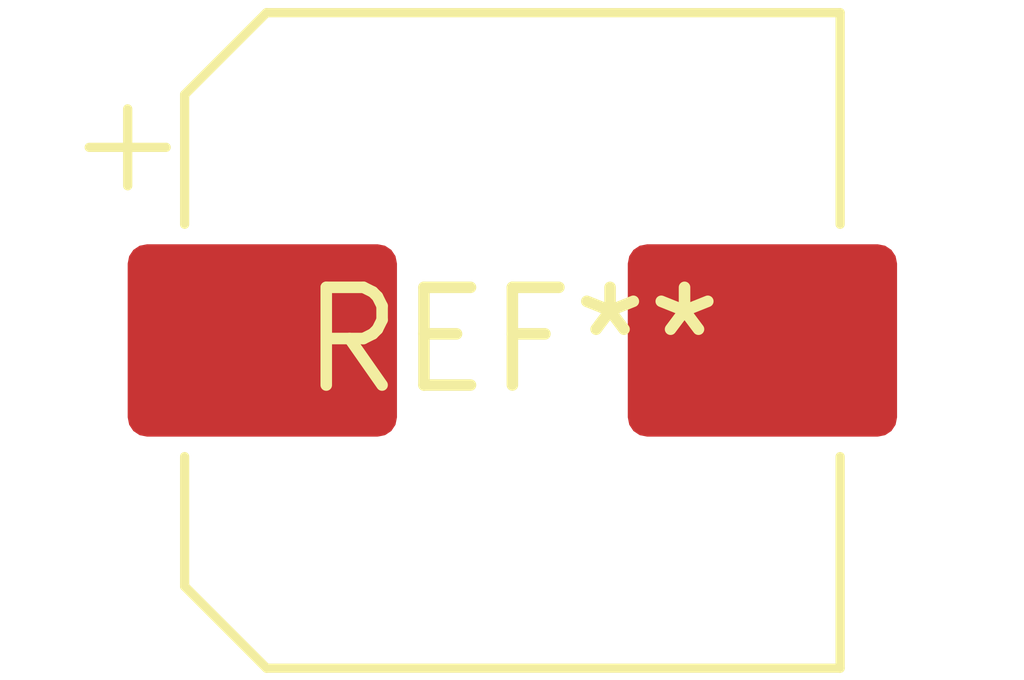
<source format=kicad_pcb>
(kicad_pcb (version 20240108) (generator pcbnew)
  (layers (0 "F.Cu" signal) (31 "B.Cu" signal) (34 "B.Paste" user) (35 "F.Paste" user) (36 "B.SilkS" user "B.Silkscreen") (37 "F.SilkS" user "F.Silkscreen") (38 "B.Mask" user) (39 "F.Mask" user) (44 "Edge.Cuts" user))
  (net 0 "")
  (footprint "CP_Elec_8x10" (layer "F.Cu") (at 0 0)
    (property "Reference" "REF**")
    (property "Value" "CP_Elec_8x10")
    (fp_line (start -5.5 -2.51) (end -4.5 -2.51) (layer "F.SilkS") (stroke (width 0.12)))
    (fp_line (start -5 -3.01) (end -5 -2.01) (layer "F.SilkS") (stroke (width 0.12)))
    (fp_line (start -4.26 -3.195563) (end -4.26 -1.51) (layer "F.SilkS") (stroke (width 0.12)))
    (fp_line (start -4.26 -3.195563) (end -3.195563 -4.26) (layer "F.SilkS") (stroke (width 0.12)))
    (fp_line (start -4.26 3.195563) (end -4.26 1.51) (layer "F.SilkS") (stroke (width 0.12)))
    (fp_line (start -4.26 3.195563) (end -3.195563 4.26) (layer "F.SilkS") (stroke (width 0.12)))
    (fp_line (start -3.195563 -4.26) (end 4.26 -4.26) (layer "F.SilkS") (stroke (width 0.12)))
    (fp_line (start -3.195563 4.26) (end 4.26 4.26) (layer "F.SilkS") (stroke (width 0.12)))
    (fp_line (start 4.26 -4.26) (end 4.26 -1.51) (layer "F.SilkS") (stroke (width 0.12)))
    (fp_line (start 4.26 4.26) (end 4.26 1.51) (layer "F.SilkS") (stroke (width 0.12)))
    (pad "1" smd roundrect (at -3.25 0) (size 3.5 2.5) (layers "F.Cu" "F.Paste" "F.Mask") (roundrect_rratio 0.1))
    (pad "2" smd roundrect (at 3.25 0) (size 3.5 2.5) (layers "F.Cu" "F.Paste" "F.Mask") (roundrect_rratio 0.1))
  )
)
</source>
